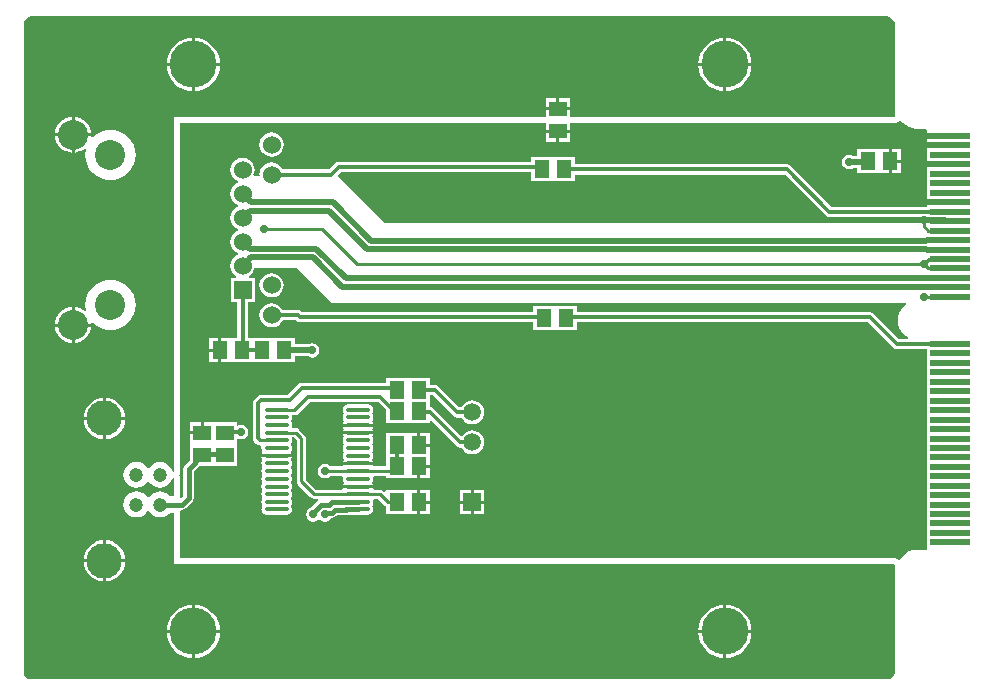
<source format=gtl>
G04 Layer_Physical_Order=1*
G04 Layer_Color=255*
%FSLAX23Y23*%
%MOIN*%
G70*
G01*
G75*
%ADD10R,0.138X0.022*%
%ADD11R,0.059X0.051*%
%ADD12R,0.051X0.059*%
%ADD13O,0.083X0.014*%
%ADD14C,0.015*%
%ADD15C,0.014*%
%ADD16C,0.020*%
%ADD17C,0.010*%
%ADD18C,0.020*%
%ADD19C,0.047*%
%ADD20C,0.118*%
%ADD21C,0.060*%
%ADD22C,0.100*%
%ADD23R,0.060X0.060*%
%ADD24C,0.157*%
%ADD25R,0.059X0.059*%
%ADD26C,0.059*%
%ADD27C,0.028*%
%ADD28C,0.079*%
G36*
X1717Y555D02*
X1788D01*
Y555D01*
X1792D01*
Y555D01*
X1863D01*
Y578D01*
X2563D01*
X2699Y442D01*
X2704Y438D01*
X2711Y437D01*
X3035D01*
Y428D01*
X3114D01*
Y418D01*
X3035D01*
Y415D01*
X1230D01*
X1074Y571D01*
X1073Y577D01*
X1082Y586D01*
X1717D01*
Y555D01*
D02*
G37*
G36*
X2950Y757D02*
X2956Y750D01*
X2965Y742D01*
X2976Y736D01*
X2988Y732D01*
X3000Y731D01*
Y731D01*
X3034D01*
X3035Y727D01*
X3035D01*
Y711D01*
X3114D01*
Y701D01*
X3035D01*
Y685D01*
Y680D01*
X3114D01*
Y670D01*
X3035D01*
Y654D01*
Y622D01*
Y617D01*
X3114D01*
Y607D01*
X3035D01*
Y591D01*
Y559D01*
Y528D01*
Y496D01*
Y491D01*
X3114D01*
Y481D01*
X3035D01*
Y471D01*
X2718D01*
X2582Y607D01*
X2577Y611D01*
X2570Y612D01*
X1863D01*
Y635D01*
X1792D01*
Y635D01*
X1788D01*
Y635D01*
X1717D01*
Y621D01*
X1075D01*
X1068Y619D01*
X1063Y616D01*
X1043Y596D01*
X888D01*
X887Y599D01*
X880Y607D01*
X872Y613D01*
X862Y617D01*
X852Y619D01*
X841Y617D01*
X832Y613D01*
X823Y607D01*
X817Y599D01*
X813Y589D01*
X811Y578D01*
X812Y576D01*
X808Y572D01*
X795D01*
X791Y577D01*
X794Y583D01*
X795Y594D01*
X794Y604D01*
X789Y614D01*
X783Y622D01*
X775Y628D01*
X765Y632D01*
X755Y634D01*
X744Y632D01*
X734Y628D01*
X726Y622D01*
X721Y616D01*
X720Y614D01*
X716Y604D01*
X714Y594D01*
X716Y583D01*
X720Y573D01*
X726Y565D01*
X734Y559D01*
X740Y556D01*
Y551D01*
X734Y549D01*
X726Y542D01*
X720Y534D01*
X716Y524D01*
X714Y514D01*
X716Y503D01*
X720Y493D01*
X726Y485D01*
X734Y479D01*
X740Y476D01*
Y471D01*
X734Y469D01*
X726Y462D01*
X720Y454D01*
X716Y444D01*
X714Y434D01*
X716Y423D01*
X720Y413D01*
X726Y405D01*
X734Y399D01*
X740Y396D01*
Y391D01*
X734Y389D01*
X726Y382D01*
X720Y374D01*
X716Y364D01*
X714Y354D01*
X716Y343D01*
X720Y334D01*
X726Y325D01*
X734Y319D01*
X740Y316D01*
Y311D01*
X734Y309D01*
X726Y302D01*
X720Y294D01*
X716Y284D01*
X714Y274D01*
X716Y263D01*
X720Y254D01*
X726Y245D01*
X734Y239D01*
X733Y234D01*
X715D01*
Y154D01*
X737D01*
Y32D01*
X720D01*
X719Y32D01*
X715D01*
X714Y32D01*
X684D01*
Y-8D01*
Y-48D01*
X714D01*
X715Y-48D01*
X719D01*
X720Y-48D01*
X854D01*
X855Y-48D01*
X859D01*
X860Y-48D01*
X930D01*
Y-28D01*
X974D01*
X978Y-30D01*
X987Y-32D01*
X996Y-30D01*
X1004Y-25D01*
X1009Y-17D01*
X1011Y-8D01*
X1009Y1D01*
X1004Y9D01*
X996Y14D01*
X987Y16D01*
X978Y14D01*
X974Y12D01*
X930D01*
Y32D01*
X860D01*
X859Y32D01*
X855D01*
X854Y32D01*
X772D01*
Y154D01*
X795D01*
Y234D01*
X776D01*
X775Y239D01*
X783Y245D01*
X789Y254D01*
X794Y263D01*
X794Y265D01*
X935Y265D01*
X1050Y150D01*
X2966D01*
X2967Y145D01*
X2965Y144D01*
X2956Y136D01*
X2948Y127D01*
X2942Y116D01*
X2939Y104D01*
X2938Y92D01*
X2939Y80D01*
X2942Y68D01*
X2948Y57D01*
X2956Y48D01*
X2965Y40D01*
X2974Y35D01*
X2973Y30D01*
X2943D01*
X2859Y114D01*
X2853Y118D01*
X2847Y119D01*
X1868D01*
Y140D01*
X1798D01*
X1797Y140D01*
X1793D01*
X1792Y140D01*
X1722D01*
Y119D01*
X954D01*
X952Y121D01*
X946Y125D01*
X940Y126D01*
X888D01*
X887Y129D01*
X880Y138D01*
X872Y144D01*
X862Y148D01*
X852Y149D01*
X841Y148D01*
X832Y144D01*
X823Y138D01*
X817Y129D01*
X813Y119D01*
X811Y109D01*
X813Y99D01*
X817Y89D01*
X823Y81D01*
X832Y74D01*
X841Y70D01*
X852Y69D01*
X862Y70D01*
X872Y74D01*
X880Y81D01*
X887Y89D01*
X888Y92D01*
X933D01*
X935Y90D01*
X940Y86D01*
X947Y85D01*
X1722D01*
Y60D01*
X1792D01*
X1793Y60D01*
X1797D01*
X1798Y60D01*
X1868D01*
Y85D01*
X2840D01*
X2923Y1D01*
X2929Y-3D01*
X2936Y-4D01*
X3035D01*
Y-39D01*
Y-71D01*
Y-102D01*
Y-134D01*
Y-165D01*
Y-197D01*
Y-228D01*
Y-260D01*
Y-291D01*
Y-323D01*
Y-354D01*
Y-386D01*
Y-417D01*
Y-449D01*
Y-480D01*
Y-512D01*
Y-543D01*
Y-574D01*
Y-606D01*
Y-637D01*
Y-669D01*
X3035D01*
X3034Y-673D01*
X3000D01*
X2995Y-674D01*
X2988Y-675D01*
X2976Y-678D01*
X2965Y-684D01*
X2956Y-692D01*
X2948Y-701D01*
X2946Y-705D01*
X2943Y-706D01*
X2940Y-705D01*
X2940Y-705D01*
X2938Y-704D01*
X2937Y-702D01*
X2935Y-702D01*
X2933Y-700D01*
X2931Y-700D01*
X2929Y-699D01*
X2927Y-699D01*
X2926Y-699D01*
X547D01*
Y-549D01*
X546Y-544D01*
X550Y-539D01*
X553D01*
X560Y-538D01*
X566Y-534D01*
X588Y-513D01*
X588Y-513D01*
X591Y-507D01*
X593Y-500D01*
X593Y-500D01*
Y-410D01*
X610Y-393D01*
X660D01*
Y-393D01*
X735D01*
Y-323D01*
X735Y-322D01*
Y-318D01*
X735Y-317D01*
Y-304D01*
X739Y-301D01*
X741Y-302D01*
X750Y-304D01*
X759Y-302D01*
X767Y-297D01*
X772Y-289D01*
X774Y-280D01*
X772Y-271D01*
X767Y-263D01*
X759Y-258D01*
X750Y-256D01*
X741Y-258D01*
X739Y-259D01*
X735Y-256D01*
Y-247D01*
X625D01*
Y-283D01*
X620D01*
Y-288D01*
X580D01*
Y-317D01*
X580Y-318D01*
Y-322D01*
X580Y-323D01*
Y-372D01*
X562Y-390D01*
X559Y-396D01*
X557Y-402D01*
Y-493D01*
X551Y-499D01*
X547Y-496D01*
X547Y-494D01*
Y-434D01*
X546Y-431D01*
X546Y-428D01*
X545Y-427D01*
X545Y-427D01*
X544Y-424D01*
X543Y-423D01*
X544Y-422D01*
X545Y-420D01*
X545Y-419D01*
X546Y-418D01*
X546Y-415D01*
X547Y-412D01*
Y572D01*
Y750D01*
X1765D01*
Y728D01*
X1805D01*
X1845D01*
Y750D01*
X2928D01*
X2929Y750D01*
X2931Y750D01*
X2933Y751D01*
X2936Y751D01*
X2937Y752D01*
X2938Y753D01*
X2940Y754D01*
X2942Y756D01*
X2943Y757D01*
X2943Y757D01*
X2944Y758D01*
X2946Y758D01*
X2950Y757D01*
D02*
G37*
G36*
X2913Y1104D02*
X2921Y1098D01*
X2926Y1090D01*
X2928Y1082D01*
X2928Y1080D01*
Y794D01*
X2928Y792D01*
X2929Y780D01*
X2931Y774D01*
X2928Y770D01*
X1845D01*
Y792D01*
X1805D01*
Y797D01*
D01*
Y792D01*
X1765D01*
Y770D01*
X527D01*
Y-412D01*
X522Y-412D01*
X522Y-412D01*
X517Y-401D01*
X510Y-392D01*
X501Y-385D01*
X491Y-381D01*
X480Y-380D01*
X468Y-381D01*
X458Y-385D01*
X449Y-392D01*
X443Y-399D01*
X443Y-400D01*
X438D01*
X437Y-399D01*
X432Y-392D01*
X423Y-385D01*
X412Y-381D01*
X401Y-380D01*
X390Y-381D01*
X379Y-385D01*
X370Y-392D01*
X363Y-401D01*
X359Y-412D01*
X357Y-423D01*
X359Y-435D01*
X363Y-445D01*
X370Y-454D01*
X379Y-461D01*
X390Y-465D01*
X401Y-467D01*
X412Y-465D01*
X423Y-461D01*
X432Y-454D01*
X437Y-447D01*
X438Y-447D01*
X443D01*
X443Y-447D01*
X449Y-454D01*
X458Y-461D01*
X468Y-465D01*
X480Y-467D01*
X491Y-465D01*
X501Y-461D01*
X510Y-454D01*
X517Y-445D01*
X522Y-435D01*
X522Y-434D01*
X527Y-434D01*
Y-494D01*
X513D01*
X510Y-491D01*
X501Y-484D01*
X491Y-479D01*
X480Y-478D01*
X468Y-479D01*
X458Y-484D01*
X449Y-491D01*
X443Y-498D01*
X443Y-498D01*
X438D01*
X437Y-498D01*
X432Y-491D01*
X423Y-484D01*
X412Y-479D01*
X401Y-478D01*
X390Y-479D01*
X379Y-484D01*
X370Y-491D01*
X363Y-500D01*
X359Y-510D01*
X357Y-522D01*
X359Y-533D01*
X363Y-543D01*
X370Y-553D01*
X379Y-559D01*
X390Y-564D01*
X401Y-565D01*
X412Y-564D01*
X423Y-559D01*
X432Y-553D01*
X437Y-545D01*
X438Y-545D01*
X443D01*
X443Y-545D01*
X449Y-553D01*
X458Y-559D01*
X468Y-564D01*
X480Y-565D01*
X491Y-564D01*
X501Y-559D01*
X510Y-553D01*
X513Y-549D01*
X527D01*
Y-719D01*
X2926D01*
X2929Y-724D01*
X2928Y-736D01*
X2928D01*
X2928Y-737D01*
Y-1080D01*
X2928Y-1082D01*
X2926Y-1090D01*
X2921Y-1098D01*
X2913Y-1104D01*
X2904Y-1105D01*
X2903Y-1105D01*
X50D01*
X49Y-1105D01*
X40Y-1104D01*
X32Y-1098D01*
X27Y-1090D01*
X25Y-1082D01*
X25Y-1080D01*
Y-986D01*
Y770D01*
Y1080D01*
X25Y1082D01*
X27Y1090D01*
X32Y1098D01*
X40Y1104D01*
X49Y1105D01*
X50Y1105D01*
X2903D01*
X2904Y1105D01*
X2913Y1104D01*
D02*
G37*
%LPC*%
G36*
X1378Y-400D02*
X1347D01*
Y-435D01*
X1378D01*
Y-400D01*
D02*
G37*
G36*
X1307Y-285D02*
X1303D01*
X1302Y-285D01*
X1232D01*
Y-365D01*
X1232D01*
Y-395D01*
X1193D01*
X1190Y-390D01*
X1190Y-390D01*
X1140D01*
X1089D01*
X1089Y-390D01*
X1086Y-395D01*
X1048D01*
X1047Y-393D01*
X1039Y-388D01*
X1029Y-386D01*
X1020Y-388D01*
X1012Y-393D01*
X1007Y-401D01*
X1005Y-410D01*
X1007Y-420D01*
X1012Y-428D01*
X1020Y-433D01*
X1029Y-435D01*
X1039Y-433D01*
X1047Y-428D01*
X1048Y-426D01*
X1086D01*
X1089Y-431D01*
X1088Y-436D01*
X1089Y-443D01*
X1091Y-445D01*
X1093Y-449D01*
X1091Y-453D01*
X1089Y-455D01*
X1089Y-457D01*
X1140D01*
X1190D01*
X1190Y-455D01*
X1188Y-453D01*
X1187Y-449D01*
X1188Y-445D01*
X1190Y-443D01*
X1191Y-436D01*
X1190Y-431D01*
X1193Y-426D01*
X1232D01*
Y-435D01*
X1302D01*
X1303Y-435D01*
X1307D01*
X1308Y-435D01*
X1337D01*
Y-395D01*
X1342D01*
Y-390D01*
X1378D01*
Y-365D01*
Y-330D01*
X1342D01*
Y-325D01*
X1337D01*
Y-285D01*
X1308D01*
X1307Y-285D01*
D02*
G37*
G36*
X1515Y-475D02*
X1480D01*
Y-510D01*
X1515D01*
Y-475D01*
D02*
G37*
G36*
X1560Y-520D02*
X1525D01*
Y-555D01*
X1560D01*
Y-520D01*
D02*
G37*
G36*
X1347Y-475D02*
Y-510D01*
X1378D01*
Y-475D01*
X1347D01*
D02*
G37*
G36*
X1560D02*
X1525D01*
Y-510D01*
X1560D01*
Y-475D01*
D02*
G37*
G36*
X1190Y-262D02*
X1140D01*
X1089D01*
X1089Y-263D01*
X1091Y-266D01*
X1093Y-270D01*
X1091Y-274D01*
X1089Y-276D01*
X1089Y-277D01*
X1140D01*
X1190D01*
X1190Y-276D01*
X1188Y-274D01*
X1187Y-270D01*
X1188Y-266D01*
X1190Y-263D01*
X1190Y-262D01*
D02*
G37*
G36*
X615Y-247D02*
X580D01*
Y-278D01*
X615D01*
Y-247D01*
D02*
G37*
G36*
X1174Y-188D02*
X1105D01*
X1099Y-190D01*
X1093Y-193D01*
X1089Y-199D01*
X1088Y-206D01*
X1089Y-212D01*
X1091Y-215D01*
X1093Y-218D01*
X1091Y-222D01*
X1089Y-225D01*
X1088Y-231D01*
X1089Y-238D01*
X1091Y-240D01*
X1093Y-244D01*
X1091Y-248D01*
X1089Y-250D01*
X1089Y-252D01*
X1140D01*
X1190D01*
X1190Y-250D01*
X1188Y-248D01*
X1187Y-244D01*
X1188Y-240D01*
X1190Y-238D01*
X1191Y-231D01*
X1190Y-225D01*
X1188Y-222D01*
X1187Y-218D01*
X1188Y-215D01*
X1190Y-212D01*
X1191Y-206D01*
X1190Y-199D01*
X1186Y-193D01*
X1181Y-190D01*
X1174Y-188D01*
D02*
G37*
G36*
X1307Y-100D02*
X1303D01*
X1302Y-100D01*
X1232D01*
Y-116D01*
X952D01*
X945Y-117D01*
X940Y-121D01*
X905Y-156D01*
X817D01*
X810Y-157D01*
X805Y-161D01*
X793Y-173D01*
X789Y-178D01*
X788Y-185D01*
Y-301D01*
X789Y-308D01*
X793Y-313D01*
X800Y-320D01*
X805Y-324D01*
X812Y-325D01*
X813Y-325D01*
X814Y-325D01*
X817Y-329D01*
X816Y-334D01*
X818Y-340D01*
X819Y-342D01*
X821Y-346D01*
X819Y-350D01*
X818Y-353D01*
X817Y-354D01*
X868D01*
X919D01*
X918Y-353D01*
X917Y-350D01*
X915Y-346D01*
X917Y-342D01*
X918Y-340D01*
X920Y-334D01*
X918Y-327D01*
X917Y-325D01*
X915Y-321D01*
X917Y-317D01*
X918Y-315D01*
X920Y-308D01*
X919Y-303D01*
X921Y-298D01*
X926D01*
X935Y-306D01*
Y-445D01*
X936Y-451D01*
X939Y-456D01*
X981Y-498D01*
X986Y-501D01*
X992Y-502D01*
X1007D01*
X1010Y-507D01*
X1010Y-507D01*
X1004Y-511D01*
X1004Y-511D01*
X983Y-532D01*
X981Y-533D01*
X973Y-538D01*
X968Y-546D01*
X966Y-555D01*
X968Y-564D01*
X973Y-572D01*
X981Y-577D01*
X990Y-579D01*
X999Y-577D01*
X1007Y-572D01*
X1008Y-572D01*
X1012D01*
X1013Y-572D01*
X1021Y-577D01*
X1030Y-579D01*
X1039Y-577D01*
X1047Y-572D01*
X1051Y-567D01*
X1054D01*
X1060Y-565D01*
X1066Y-561D01*
X1070Y-558D01*
X1099D01*
X1106Y-556D01*
X1106Y-556D01*
X1140D01*
X1143Y-556D01*
X1174D01*
X1181Y-554D01*
X1186Y-551D01*
X1190Y-545D01*
X1191Y-538D01*
X1190Y-532D01*
X1188Y-529D01*
X1187Y-526D01*
X1188Y-522D01*
X1190Y-519D01*
X1191Y-513D01*
X1190Y-507D01*
X1193Y-502D01*
X1207D01*
X1230Y-526D01*
X1232Y-527D01*
Y-555D01*
X1302D01*
X1303Y-555D01*
X1307D01*
X1308Y-555D01*
X1337D01*
Y-515D01*
Y-475D01*
X1308D01*
X1307Y-475D01*
X1303D01*
X1302Y-475D01*
X1232D01*
Y-478D01*
X1227Y-480D01*
X1224Y-476D01*
X1219Y-473D01*
X1213Y-472D01*
X1193D01*
X1190Y-467D01*
X1190Y-467D01*
X1140D01*
X1089D01*
X1089Y-467D01*
X1086Y-472D01*
X998D01*
X965Y-439D01*
Y-300D01*
X964Y-294D01*
X961Y-289D01*
X943Y-272D01*
X938Y-268D01*
X932Y-267D01*
X921D01*
X919Y-262D01*
X920Y-257D01*
X918Y-250D01*
X915Y-245D01*
Y-243D01*
X918Y-238D01*
X920Y-231D01*
X919Y-226D01*
X919Y-225D01*
X923Y-222D01*
X929Y-223D01*
X936Y-222D01*
X942Y-218D01*
X979Y-180D01*
X1207D01*
X1232Y-205D01*
Y-250D01*
X1302D01*
X1303Y-250D01*
X1307D01*
X1308Y-250D01*
X1378D01*
Y-244D01*
X1383Y-242D01*
X1468Y-327D01*
X1473Y-331D01*
X1480Y-332D01*
X1484D01*
X1485Y-335D01*
X1492Y-343D01*
X1500Y-350D01*
X1510Y-354D01*
X1520Y-355D01*
X1530Y-354D01*
X1540Y-350D01*
X1548Y-343D01*
X1555Y-335D01*
X1559Y-325D01*
X1560Y-315D01*
X1559Y-305D01*
X1555Y-295D01*
X1548Y-287D01*
X1540Y-280D01*
X1530Y-276D01*
X1520Y-275D01*
X1510Y-276D01*
X1500Y-280D01*
X1492Y-287D01*
X1488Y-292D01*
X1481Y-292D01*
X1390Y-201D01*
X1385Y-197D01*
X1378Y-196D01*
Y-157D01*
X1388D01*
X1458Y-227D01*
X1463Y-231D01*
X1470Y-232D01*
X1484D01*
X1485Y-235D01*
X1492Y-243D01*
X1500Y-250D01*
X1510Y-254D01*
X1520Y-255D01*
X1530Y-254D01*
X1540Y-250D01*
X1548Y-243D01*
X1555Y-235D01*
X1559Y-225D01*
X1560Y-215D01*
X1559Y-205D01*
X1555Y-195D01*
X1548Y-187D01*
X1540Y-180D01*
X1530Y-176D01*
X1520Y-175D01*
X1510Y-176D01*
X1500Y-180D01*
X1492Y-187D01*
X1485Y-195D01*
X1484Y-198D01*
X1477D01*
X1407Y-128D01*
X1402Y-124D01*
X1395Y-123D01*
X1378D01*
Y-100D01*
X1308D01*
X1307Y-100D01*
D02*
G37*
G36*
X1347Y-285D02*
Y-320D01*
X1378D01*
Y-285D01*
X1347D01*
D02*
G37*
G36*
X1190Y-287D02*
X1140D01*
X1089D01*
X1089Y-289D01*
X1091Y-291D01*
X1093Y-295D01*
X1091Y-299D01*
X1089Y-301D01*
X1088Y-308D01*
X1089Y-315D01*
X1091Y-317D01*
X1093Y-321D01*
X1091Y-325D01*
X1089Y-327D01*
X1088Y-334D01*
X1089Y-340D01*
X1091Y-342D01*
X1093Y-346D01*
X1091Y-350D01*
X1089Y-353D01*
X1088Y-359D01*
X1089Y-366D01*
X1091Y-368D01*
X1093Y-372D01*
X1091Y-376D01*
X1089Y-378D01*
X1089Y-380D01*
X1140D01*
X1190D01*
X1190Y-378D01*
X1188Y-376D01*
X1187Y-372D01*
X1188Y-368D01*
X1190Y-366D01*
X1191Y-359D01*
X1190Y-353D01*
X1188Y-350D01*
X1187Y-346D01*
X1188Y-342D01*
X1190Y-340D01*
X1191Y-334D01*
X1190Y-327D01*
X1188Y-325D01*
X1187Y-321D01*
X1188Y-317D01*
X1190Y-315D01*
X1191Y-308D01*
X1190Y-301D01*
X1188Y-299D01*
X1187Y-295D01*
X1188Y-291D01*
X1190Y-289D01*
X1190Y-287D01*
D02*
G37*
G36*
X919Y-364D02*
X868D01*
X817D01*
X818Y-366D01*
X819Y-368D01*
X821Y-372D01*
X819Y-376D01*
X818Y-378D01*
X816Y-385D01*
X818Y-391D01*
X819Y-394D01*
X821Y-398D01*
X819Y-402D01*
X818Y-404D01*
X816Y-410D01*
X818Y-417D01*
X819Y-419D01*
X821Y-423D01*
X819Y-427D01*
X818Y-429D01*
X816Y-436D01*
X818Y-443D01*
X819Y-445D01*
X821Y-449D01*
X819Y-453D01*
X818Y-455D01*
X816Y-462D01*
X818Y-468D01*
X819Y-470D01*
X821Y-474D01*
X819Y-478D01*
X818Y-481D01*
X816Y-487D01*
X818Y-494D01*
X819Y-496D01*
X821Y-500D01*
X819Y-504D01*
X818Y-506D01*
X816Y-513D01*
X818Y-519D01*
X819Y-522D01*
X821Y-526D01*
X819Y-529D01*
X818Y-532D01*
X816Y-538D01*
X818Y-545D01*
X821Y-551D01*
X827Y-554D01*
X834Y-556D01*
X902D01*
X909Y-554D01*
X915Y-551D01*
X918Y-545D01*
X920Y-538D01*
X918Y-532D01*
X917Y-529D01*
X915Y-526D01*
X917Y-522D01*
X918Y-519D01*
X920Y-513D01*
X918Y-506D01*
X917Y-504D01*
X915Y-500D01*
X917Y-496D01*
X918Y-494D01*
X920Y-487D01*
X918Y-481D01*
X917Y-478D01*
X915Y-474D01*
X917Y-470D01*
X918Y-468D01*
X920Y-462D01*
X918Y-455D01*
X917Y-453D01*
X915Y-449D01*
X917Y-445D01*
X918Y-443D01*
X920Y-436D01*
X918Y-429D01*
X917Y-427D01*
X915Y-423D01*
X917Y-419D01*
X918Y-417D01*
X920Y-410D01*
X918Y-404D01*
X917Y-402D01*
X915Y-398D01*
X917Y-394D01*
X918Y-391D01*
X920Y-385D01*
X918Y-378D01*
X917Y-376D01*
X915Y-372D01*
X917Y-368D01*
X918Y-366D01*
X919Y-364D01*
D02*
G37*
G36*
X1378Y-520D02*
X1347D01*
Y-555D01*
X1378D01*
Y-520D01*
D02*
G37*
G36*
X1515D02*
X1480D01*
Y-555D01*
X1515D01*
Y-520D01*
D02*
G37*
G36*
X1845Y718D02*
X1810D01*
Y687D01*
X1845D01*
Y718D01*
D02*
G37*
G36*
X1800D02*
X1765D01*
Y687D01*
X1800D01*
Y718D01*
D02*
G37*
G36*
X674Y32D02*
X644D01*
Y-3D01*
X674D01*
Y32D01*
D02*
G37*
G36*
Y-13D02*
X644D01*
Y-48D01*
X674D01*
Y-13D01*
D02*
G37*
G36*
X852Y719D02*
X841Y717D01*
X832Y713D01*
X823Y707D01*
X817Y699D01*
X813Y689D01*
X811Y678D01*
X813Y668D01*
X817Y658D01*
X823Y650D01*
X832Y643D01*
X841Y639D01*
X852Y638D01*
X862Y639D01*
X872Y643D01*
X880Y650D01*
X887Y658D01*
X891Y668D01*
X892Y678D01*
X891Y689D01*
X887Y699D01*
X880Y707D01*
X872Y713D01*
X862Y717D01*
X852Y719D01*
D02*
G37*
G36*
X2879Y662D02*
X2875D01*
X2874Y662D01*
X2804D01*
Y640D01*
X2789D01*
X2786Y642D01*
X2777Y644D01*
X2768Y642D01*
X2760Y637D01*
X2754Y629D01*
X2753Y619D01*
X2754Y610D01*
X2760Y602D01*
X2768Y597D01*
X2777Y595D01*
X2786Y597D01*
X2789Y599D01*
X2804D01*
Y582D01*
X2874D01*
X2875Y582D01*
X2879D01*
X2880Y582D01*
X2909D01*
Y622D01*
Y662D01*
X2880D01*
X2879Y662D01*
D02*
G37*
G36*
X2919Y662D02*
Y627D01*
X2950D01*
Y662D01*
X2919D01*
D02*
G37*
G36*
X852Y249D02*
X841Y248D01*
X832Y244D01*
X823Y238D01*
X817Y229D01*
X813Y219D01*
X811Y209D01*
X813Y199D01*
X817Y189D01*
X823Y181D01*
X832Y174D01*
X841Y170D01*
X852Y169D01*
X862Y170D01*
X872Y174D01*
X880Y181D01*
X887Y189D01*
X891Y199D01*
X892Y209D01*
X891Y219D01*
X887Y229D01*
X880Y238D01*
X872Y244D01*
X862Y248D01*
X852Y249D01*
D02*
G37*
G36*
X2950Y617D02*
X2919D01*
Y582D01*
X2950D01*
Y617D01*
D02*
G37*
G36*
X363Y-240D02*
X299D01*
Y-304D01*
X308Y-303D01*
X321Y-300D01*
X333Y-293D01*
X343Y-284D01*
X352Y-274D01*
X358Y-262D01*
X362Y-249D01*
X363Y-240D01*
D02*
G37*
G36*
X289D02*
X225D01*
X226Y-249D01*
X230Y-262D01*
X236Y-274D01*
X245Y-284D01*
X256Y-293D01*
X268Y-300D01*
X281Y-303D01*
X289Y-304D01*
Y-240D01*
D02*
G37*
G36*
X586Y-856D02*
X573Y-857D01*
X556Y-863D01*
X541Y-871D01*
X527Y-882D01*
X516Y-895D01*
X508Y-911D01*
X503Y-927D01*
X502Y-940D01*
X586D01*
Y-856D01*
D02*
G37*
G36*
X596D02*
Y-940D01*
X679D01*
X678Y-927D01*
X673Y-911D01*
X665Y-895D01*
X654Y-882D01*
X640Y-871D01*
X625Y-863D01*
X608Y-857D01*
X596Y-856D01*
D02*
G37*
G36*
X2357D02*
X2345Y-857D01*
X2328Y-863D01*
X2313Y-871D01*
X2299Y-882D01*
X2288Y-895D01*
X2280Y-911D01*
X2275Y-927D01*
X2274Y-940D01*
X2357D01*
Y-856D01*
D02*
G37*
G36*
X2451Y-950D02*
X2367D01*
Y-1034D01*
X2380Y-1032D01*
X2396Y-1027D01*
X2412Y-1019D01*
X2425Y-1008D01*
X2436Y-994D01*
X2445Y-979D01*
X2450Y-962D01*
X2451Y-950D01*
D02*
G37*
G36*
X586D02*
X502D01*
X503Y-962D01*
X508Y-979D01*
X516Y-994D01*
X527Y-1008D01*
X541Y-1019D01*
X556Y-1027D01*
X573Y-1032D01*
X586Y-1034D01*
Y-950D01*
D02*
G37*
G36*
X679D02*
X596D01*
Y-1034D01*
X608Y-1032D01*
X625Y-1027D01*
X640Y-1019D01*
X654Y-1008D01*
X665Y-994D01*
X673Y-979D01*
X678Y-962D01*
X679Y-950D01*
D02*
G37*
G36*
X2357D02*
X2274D01*
X2275Y-962D01*
X2280Y-979D01*
X2288Y-994D01*
X2299Y-1008D01*
X2313Y-1019D01*
X2328Y-1027D01*
X2345Y-1032D01*
X2357Y-1034D01*
Y-950D01*
D02*
G37*
G36*
X2367Y-856D02*
Y-940D01*
X2451D01*
X2450Y-927D01*
X2445Y-911D01*
X2436Y-895D01*
X2425Y-882D01*
X2412Y-871D01*
X2396Y-863D01*
X2380Y-857D01*
X2367Y-856D01*
D02*
G37*
G36*
X299Y-641D02*
Y-704D01*
X363D01*
X362Y-696D01*
X358Y-683D01*
X352Y-671D01*
X343Y-660D01*
X333Y-652D01*
X321Y-645D01*
X308Y-641D01*
X299Y-641D01*
D02*
G37*
G36*
X289Y-714D02*
X225D01*
X226Y-719D01*
X226Y-723D01*
X230Y-736D01*
X236Y-748D01*
X245Y-759D01*
X256Y-767D01*
X268Y-774D01*
X281Y-778D01*
X289Y-778D01*
Y-714D01*
D02*
G37*
G36*
X363D02*
X299D01*
Y-778D01*
X308Y-778D01*
X321Y-774D01*
X333Y-767D01*
X343Y-759D01*
X352Y-748D01*
X358Y-736D01*
X362Y-723D01*
X363Y-714D01*
D02*
G37*
G36*
X289Y-641D02*
X281Y-641D01*
X268Y-645D01*
X256Y-652D01*
X245Y-660D01*
X236Y-671D01*
X230Y-683D01*
X226Y-696D01*
X225Y-704D01*
X289D01*
Y-641D01*
D02*
G37*
G36*
X1800Y833D02*
X1765D01*
Y802D01*
X1800D01*
Y833D01*
D02*
G37*
G36*
X1845D02*
X1810D01*
Y802D01*
X1845D01*
Y833D01*
D02*
G37*
G36*
X586Y940D02*
X502D01*
X503Y927D01*
X508Y911D01*
X516Y895D01*
X527Y882D01*
X541Y871D01*
X556Y863D01*
X573Y857D01*
X586Y856D01*
Y940D01*
D02*
G37*
G36*
X195Y771D02*
Y716D01*
X249D01*
X249Y723D01*
X245Y734D01*
X240Y745D01*
X232Y754D01*
X223Y761D01*
X213Y767D01*
X201Y770D01*
X195Y771D01*
D02*
G37*
G36*
X314Y728D02*
X298Y726D01*
X282Y721D01*
X268Y714D01*
X255Y703D01*
X254Y702D01*
X249Y704D01*
X249Y706D01*
X195D01*
Y651D01*
X201Y652D01*
X213Y656D01*
X223Y661D01*
X228Y665D01*
X233Y662D01*
X232Y660D01*
X230Y644D01*
X232Y627D01*
X237Y612D01*
X244Y597D01*
X255Y584D01*
X268Y574D01*
X282Y566D01*
X298Y561D01*
X314Y560D01*
X331Y561D01*
X347Y566D01*
X361Y574D01*
X374Y584D01*
X384Y597D01*
X392Y612D01*
X397Y627D01*
X398Y644D01*
X397Y660D01*
X392Y676D01*
X384Y690D01*
X374Y703D01*
X361Y714D01*
X347Y721D01*
X331Y726D01*
X314Y728D01*
D02*
G37*
G36*
X185Y771D02*
X178Y770D01*
X167Y767D01*
X156Y761D01*
X147Y754D01*
X139Y745D01*
X134Y734D01*
X130Y723D01*
X130Y716D01*
X185D01*
Y771D01*
D02*
G37*
G36*
X596Y1034D02*
Y950D01*
X679D01*
X678Y962D01*
X673Y979D01*
X665Y994D01*
X654Y1008D01*
X640Y1019D01*
X625Y1027D01*
X608Y1032D01*
X596Y1034D01*
D02*
G37*
G36*
X2357D02*
X2345Y1032D01*
X2328Y1027D01*
X2313Y1019D01*
X2299Y1008D01*
X2288Y994D01*
X2280Y979D01*
X2275Y962D01*
X2274Y950D01*
X2357D01*
Y1034D01*
D02*
G37*
G36*
X2367D02*
Y950D01*
X2451D01*
X2450Y962D01*
X2445Y979D01*
X2436Y994D01*
X2425Y1008D01*
X2412Y1019D01*
X2396Y1027D01*
X2380Y1032D01*
X2367Y1034D01*
D02*
G37*
G36*
X586D02*
X573Y1032D01*
X556Y1027D01*
X541Y1019D01*
X527Y1008D01*
X516Y994D01*
X508Y979D01*
X503Y962D01*
X502Y950D01*
X586D01*
Y1034D01*
D02*
G37*
G36*
X679Y940D02*
X596D01*
Y856D01*
X608Y857D01*
X625Y863D01*
X640Y871D01*
X654Y882D01*
X665Y895D01*
X673Y911D01*
X678Y927D01*
X679Y940D01*
D02*
G37*
G36*
X2357D02*
X2274D01*
X2275Y927D01*
X2280Y911D01*
X2288Y895D01*
X2299Y882D01*
X2313Y871D01*
X2328Y863D01*
X2345Y857D01*
X2357Y856D01*
Y940D01*
D02*
G37*
G36*
X2451D02*
X2367D01*
Y856D01*
X2380Y857D01*
X2396Y863D01*
X2412Y871D01*
X2425Y882D01*
X2436Y895D01*
X2445Y911D01*
X2450Y927D01*
X2451Y940D01*
D02*
G37*
G36*
X185Y71D02*
X130D01*
X130Y64D01*
X134Y53D01*
X139Y43D01*
X147Y34D01*
X156Y26D01*
X167Y20D01*
X178Y17D01*
X185Y16D01*
Y71D01*
D02*
G37*
G36*
X249D02*
X195D01*
Y16D01*
X201Y17D01*
X213Y20D01*
X223Y26D01*
X232Y34D01*
X240Y43D01*
X245Y53D01*
X249Y64D01*
X249Y71D01*
D02*
G37*
G36*
X185Y136D02*
X178Y135D01*
X167Y132D01*
X156Y126D01*
X147Y119D01*
X139Y110D01*
X134Y99D01*
X130Y88D01*
X130Y81D01*
X185D01*
Y136D01*
D02*
G37*
G36*
X289Y-167D02*
X281Y-167D01*
X268Y-171D01*
X256Y-178D01*
X245Y-186D01*
X236Y-197D01*
X230Y-209D01*
X226Y-222D01*
X225Y-230D01*
X289D01*
Y-167D01*
D02*
G37*
G36*
X299D02*
Y-230D01*
X363D01*
X362Y-222D01*
X358Y-209D01*
X352Y-197D01*
X343Y-186D01*
X333Y-178D01*
X321Y-171D01*
X308Y-167D01*
X299Y-167D01*
D02*
G37*
G36*
X185Y706D02*
X130D01*
X130Y699D01*
X134Y688D01*
X139Y678D01*
X147Y669D01*
X156Y661D01*
X167Y656D01*
X178Y652D01*
X185Y651D01*
Y706D01*
D02*
G37*
G36*
X314Y228D02*
X298Y226D01*
X282Y221D01*
X268Y214D01*
X255Y203D01*
X244Y190D01*
X237Y176D01*
X232Y160D01*
X230Y144D01*
X232Y127D01*
X233Y125D01*
X228Y122D01*
X223Y126D01*
X213Y132D01*
X201Y135D01*
X195Y136D01*
Y81D01*
X249D01*
X249Y83D01*
X254Y85D01*
X255Y84D01*
X268Y74D01*
X282Y66D01*
X298Y61D01*
X314Y60D01*
X331Y61D01*
X347Y66D01*
X361Y74D01*
X374Y84D01*
X384Y97D01*
X392Y112D01*
X397Y127D01*
X398Y144D01*
X397Y160D01*
X392Y176D01*
X384Y190D01*
X374Y203D01*
X361Y214D01*
X347Y221D01*
X331Y226D01*
X314Y228D01*
D02*
G37*
%LPD*%
D10*
X3114Y-648D02*
D03*
Y-617D02*
D03*
Y-585D02*
D03*
Y-554D02*
D03*
Y-522D02*
D03*
Y-491D02*
D03*
Y-459D02*
D03*
Y-428D02*
D03*
Y-396D02*
D03*
Y-365D02*
D03*
Y-333D02*
D03*
Y-302D02*
D03*
Y-270D02*
D03*
Y-239D02*
D03*
Y-207D02*
D03*
Y-176D02*
D03*
Y-144D02*
D03*
Y-113D02*
D03*
Y-81D02*
D03*
Y-50D02*
D03*
Y-18D02*
D03*
Y13D02*
D03*
Y171D02*
D03*
Y202D02*
D03*
Y234D02*
D03*
Y265D02*
D03*
Y297D02*
D03*
Y328D02*
D03*
Y360D02*
D03*
Y391D02*
D03*
Y423D02*
D03*
Y454D02*
D03*
Y486D02*
D03*
Y517D02*
D03*
Y549D02*
D03*
Y580D02*
D03*
Y612D02*
D03*
Y643D02*
D03*
Y675D02*
D03*
Y706D02*
D03*
D11*
X695Y-283D02*
D03*
Y-357D02*
D03*
X620Y-283D02*
D03*
Y-357D02*
D03*
X1805Y723D02*
D03*
Y797D02*
D03*
D12*
X894Y-8D02*
D03*
X819D02*
D03*
X679D02*
D03*
X754D02*
D03*
X2914Y622D02*
D03*
X2839D02*
D03*
X1832Y100D02*
D03*
X1758D02*
D03*
X1827Y595D02*
D03*
X1753D02*
D03*
X1342Y-395D02*
D03*
X1268D02*
D03*
X1342Y-515D02*
D03*
X1268D02*
D03*
X1342Y-210D02*
D03*
X1268D02*
D03*
X1342Y-140D02*
D03*
X1268D02*
D03*
X1342Y-325D02*
D03*
X1268D02*
D03*
D13*
X868Y-206D02*
D03*
Y-231D02*
D03*
Y-257D02*
D03*
Y-282D02*
D03*
Y-308D02*
D03*
Y-334D02*
D03*
Y-359D02*
D03*
Y-385D02*
D03*
Y-410D02*
D03*
Y-436D02*
D03*
Y-462D02*
D03*
Y-487D02*
D03*
Y-513D02*
D03*
Y-538D02*
D03*
X1140Y-206D02*
D03*
Y-231D02*
D03*
Y-257D02*
D03*
Y-282D02*
D03*
Y-308D02*
D03*
Y-334D02*
D03*
Y-359D02*
D03*
Y-385D02*
D03*
Y-410D02*
D03*
Y-436D02*
D03*
Y-462D02*
D03*
Y-487D02*
D03*
Y-513D02*
D03*
Y-538D02*
D03*
D14*
X622Y-355D02*
X702D01*
X480Y-522D02*
X553D01*
X575Y-500D01*
Y-402D01*
X620Y-357D01*
X1043Y-524D02*
X1052Y-515D01*
X1062Y-540D02*
X1099D01*
X1054Y-549D02*
X1062Y-540D01*
X1036Y-549D02*
X1054D01*
X1030Y-555D02*
X1036Y-549D01*
X1052Y-515D02*
X1089D01*
X1091Y-513D02*
X1140D01*
X1089Y-515D02*
X1091Y-513D01*
X1101Y-538D02*
X1140D01*
X1099Y-540D02*
X1101Y-538D01*
X986Y-555D02*
X990D01*
Y-551D01*
X1017Y-524D01*
X1043D01*
D15*
X755Y-8D02*
Y194D01*
X947Y102D02*
X1759D01*
X940Y109D02*
X947Y102D01*
X852Y109D02*
X940D01*
X1075Y604D02*
X1744D01*
X1050Y578D02*
X1075Y604D01*
X852Y578D02*
X1050D01*
X1268Y-325D02*
Y-315D01*
Y-395D02*
Y-325D01*
Y-395D02*
X1268Y-395D01*
X2936Y13D02*
X3110D01*
X1834Y102D02*
X2847D01*
X2936Y13D01*
X755Y-8D02*
X819D01*
X754D02*
X755D01*
X1744Y604D02*
X1753Y595D01*
X2570D02*
X2711Y454D01*
X1827Y595D02*
X2570D01*
X2711Y454D02*
X3110D01*
X1214Y-163D02*
X1264Y-213D01*
X1359D02*
X1378D01*
X929Y-206D02*
X972Y-163D01*
X1214D01*
X912Y-173D02*
X952Y-133D01*
X1260D01*
X1342Y-140D02*
X1395D01*
X1470Y-215D01*
X1520D01*
X1480Y-315D02*
X1520D01*
X1378Y-213D02*
X1480Y-315D01*
X817Y-173D02*
X912D01*
X805Y-301D02*
X812Y-308D01*
X805Y-301D02*
Y-185D01*
X817Y-173D01*
X677Y-280D02*
X750D01*
D16*
X1086Y204D02*
X3034D01*
X3035Y202D01*
X3114D01*
X3035Y234D02*
X3114D01*
X3034Y232D02*
X3035Y234D01*
X1098Y232D02*
X3034D01*
X755Y274D02*
X783Y302D01*
X988D01*
X755Y354D02*
X778Y330D01*
X1000D01*
X988Y302D02*
X1086Y204D01*
X1000Y330D02*
X1098Y232D01*
X1170Y330D02*
X3034D01*
X3035Y328D01*
X3114D01*
X3035Y360D02*
X3114D01*
X3034Y358D02*
X3035Y360D01*
X1182Y358D02*
X3034D01*
X755Y434D02*
X778Y457D01*
X1043D01*
X755Y514D02*
X783Y485D01*
X1055D01*
X1043Y457D02*
X1170Y330D01*
X1055Y485D02*
X1182Y358D01*
D17*
X1020Y395D02*
X1135Y280D01*
X825Y395D02*
X1020D01*
X1135Y280D02*
X1135Y280D01*
X3025D01*
X3042Y297D01*
X3114D01*
X3025Y280D02*
X3040Y265D01*
X3114D01*
X3109Y170D02*
X3110Y171D01*
X3025Y170D02*
X3109D01*
X3025Y405D02*
Y425D01*
Y405D02*
X3039Y391D01*
X3114D01*
X1252Y-410D02*
X1268Y-395D01*
X1029Y-410D02*
X1140D01*
X812Y-308D02*
X868D01*
Y-206D02*
X929D01*
X868Y-282D02*
X932D01*
X950Y-300D01*
Y-445D02*
Y-300D01*
X1140Y-487D02*
X1213D01*
X1241Y-515D01*
X1268D01*
X950Y-445D02*
X992Y-487D01*
X1140Y-410D02*
X1252D01*
X992Y-487D02*
X1140D01*
D18*
X2993Y706D02*
X3098D01*
X2987Y712D02*
X2993Y706D01*
X2987Y706D02*
Y712D01*
Y706D02*
X2988Y705D01*
X2837Y619D02*
X2839Y622D01*
X2777Y619D02*
X2837D01*
X896Y-10D02*
X898Y-8D01*
X987D01*
X2988Y612D02*
X3098D01*
X2988Y675D02*
X3098D01*
X2987Y486D02*
X3025D01*
X3110D01*
X3096Y425D02*
X3098Y423D01*
X3025Y425D02*
X3096D01*
D19*
X480Y-423D02*
D03*
X401D02*
D03*
X480Y-522D02*
D03*
X401D02*
D03*
D20*
X294Y-235D02*
D03*
Y-709D02*
D03*
D21*
X755Y434D02*
D03*
Y514D02*
D03*
X852Y678D02*
D03*
Y578D02*
D03*
Y209D02*
D03*
Y109D02*
D03*
X755Y274D02*
D03*
Y354D02*
D03*
Y594D02*
D03*
D22*
X314Y644D02*
D03*
X190Y711D02*
D03*
Y76D02*
D03*
X314Y144D02*
D03*
D23*
X755Y194D02*
D03*
D24*
X591Y945D02*
D03*
X2362D02*
D03*
Y-945D02*
D03*
X591D02*
D03*
D25*
X1520Y-515D02*
D03*
D26*
Y-315D02*
D03*
Y-215D02*
D03*
D27*
X825Y395D02*
D03*
X750Y-280D02*
D03*
X2837Y42D02*
D03*
Y-68D02*
D03*
X2835Y-260D02*
D03*
X2447Y552D02*
D03*
X2445Y-260D02*
D03*
X2447Y-68D02*
D03*
Y42D02*
D03*
X2047Y-68D02*
D03*
X2987Y712D02*
D03*
X2777Y619D02*
D03*
X1390Y-450D02*
D03*
X1060D02*
D03*
X2988Y612D02*
D03*
X987Y-8D02*
D03*
X597Y712D02*
D03*
X1029Y-410D02*
D03*
X2837Y552D02*
D03*
X1497D02*
D03*
X2047D02*
D03*
X1220Y-270D02*
D03*
X2045D02*
D03*
X2047Y42D02*
D03*
X1197D02*
D03*
X1497D02*
D03*
X1195Y135D02*
D03*
X1495D02*
D03*
X2045D02*
D03*
X1175Y550D02*
D03*
X2445Y135D02*
D03*
X2835D02*
D03*
X2045Y450D02*
D03*
X1495D02*
D03*
X2445D02*
D03*
X3025Y170D02*
D03*
Y280D02*
D03*
Y486D02*
D03*
Y425D02*
D03*
X1220Y-450D02*
D03*
X1060Y-270D02*
D03*
X2045Y-470D02*
D03*
X2445Y-460D02*
D03*
X2835D02*
D03*
X1175Y650D02*
D03*
X2047Y652D02*
D03*
X1497D02*
D03*
X2447D02*
D03*
X1030Y-555D02*
D03*
X990D02*
D03*
D28*
X1476Y-1063D02*
D03*
X1969D02*
D03*
X1476Y1063D02*
D03*
X1969D02*
D03*
X984D02*
D03*
Y-1063D02*
D03*
M02*

</source>
